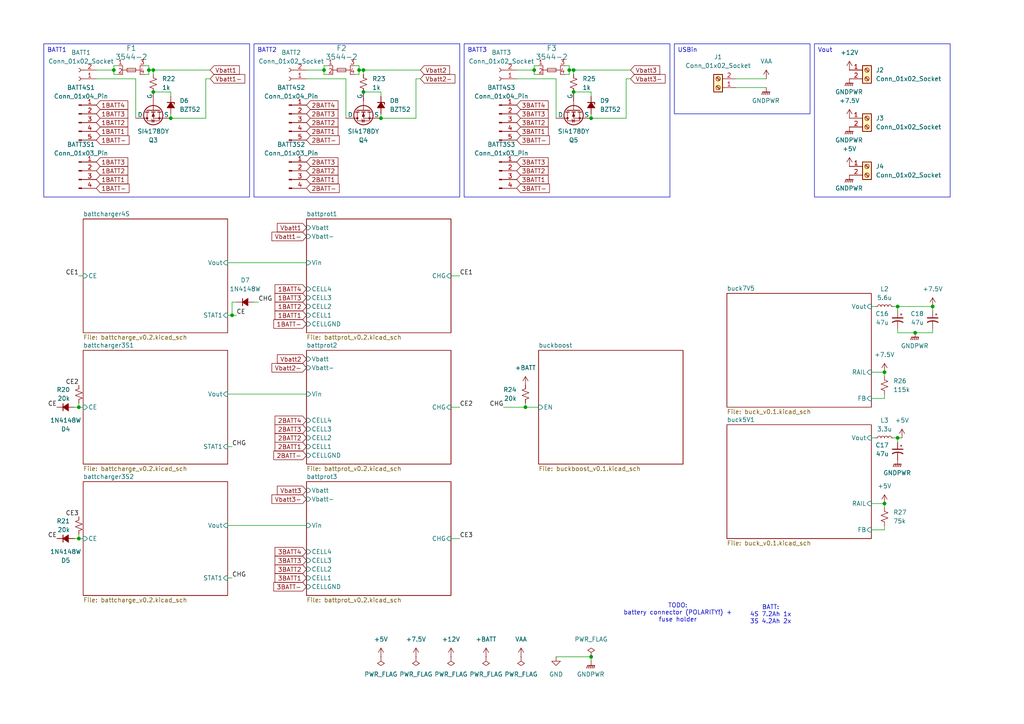
<source format=kicad_sch>
(kicad_sch (version 20231120) (generator "eeschema") (generator_version "8.0")
  (paper "A4")
  (title_block (title "v0.1") (rev "v0.1"))
  (lib_symbols
    (symbol "3544-2:3544-2" (pin_names (offset 0.254))
      (property "Reference" "F" (at 0 2.54 0))
      (property "Value" "3544-2" (at 0 0 0))
      (symbol "3544-2_0_1"
        (rectangle (start -1.27 0.508) (end 1.27 -0.508))
        (polyline (pts (xy -2.54 0) (xy 2.54 0)))
      )
      (symbol "3544-2_1_1"
        (polyline (pts (xy -2.54 -1.27) (xy -2.54 1.27)))
        (polyline (pts (xy 2.54 -1.27) (xy 2.54 1.27)))
        (pin passive line (at -3.81 1.27 0) (length 1.27) (name "~") (number "1"))
        (pin passive line (at -3.81 -1.27 0) (length 1.27) (name "~") (number "2"))
        (pin passive line (at 3.81 1.27 180) (length 1.27) (name "~") (number "3"))
        (pin passive line (at 3.81 -1.27 180) (length 1.27) (name "~") (number "4"))
      )
      (symbol "3544-2_1_2"
        (polyline (pts (xy 5.08 -10.16) (xy 12.7 -10.16)) (stroke (width 0.127)))
        (polyline (pts (xy 5.08 2.54) (xy 5.08 -10.16)) (stroke (width 0.127)))
        (polyline (pts (xy 7.62 -7.62) (xy 5.08 -7.62)) (stroke (width 0.127)))
        (polyline (pts (xy 7.62 -7.62) (xy 8.89 -8.4667)) (stroke (width 0.127)))
        (polyline (pts (xy 7.62 -7.62) (xy 8.89 -6.7733)) (stroke (width 0.127)))
        (polyline (pts (xy 7.62 -5.08) (xy 5.08 -5.08)) (stroke (width 0.127)))
        (polyline (pts (xy 7.62 -5.08) (xy 8.89 -5.9267)) (stroke (width 0.127)))
        (polyline (pts (xy 7.62 -5.08) (xy 8.89 -4.2333)) (stroke (width 0.127)))
        (polyline (pts (xy 7.62 -2.54) (xy 5.08 -2.54)) (stroke (width 0.127)))
        (polyline (pts (xy 7.62 -2.54) (xy 8.89 -3.3867)) (stroke (width 0.127)))
        (polyline (pts (xy 7.62 -2.54) (xy 8.89 -1.6933)) (stroke (width 0.127)))
        (polyline (pts (xy 7.62 0) (xy 5.08 0)) (stroke (width 0.127)))
        (polyline (pts (xy 7.62 0) (xy 8.89 -0.8467)) (stroke (width 0.127)))
        (polyline (pts (xy 7.62 0) (xy 8.89 0.8467)) (stroke (width 0.127)))
        (polyline (pts (xy 12.7 -10.16) (xy 12.7 2.54)) (stroke (width 0.127)))
        (polyline (pts (xy 12.7 2.54) (xy 5.08 2.54)) (stroke (width 0.127)))
        (pin unspecified line (at 0 0 0) (length 5.08) (name "1") (number "1"))
        (pin unspecified line (at 0 -2.54 0) (length 5.08) (name "2") (number "2"))
        (pin unspecified line (at 0 -5.08 0) (length 5.08) (name "3") (number "3"))
        (pin unspecified line (at 0 -7.62 0) (length 5.08) (name "4") (number "4"))
      )
    )
    (symbol "Connector:Conn_01x02_Socket" (pin_names (offset 1.016) hide)
      (property "Reference" "J" (at 0 2.54 0))
      (property "Value" "Conn_01x02_Socket" (at 0 -5.08 0))
      (symbol "Conn_01x02_Socket_1_1"
        (arc (start 0 -2.032) (mid -0.5058 -2.54) (end 0 -3.048) (stroke (width 0.1524)))
        (polyline (pts (xy -1.27 -2.54) (xy -0.508 -2.54)) (stroke (width 0.1524)))
        (polyline (pts (xy -1.27 0) (xy -0.508 0)) (stroke (width 0.1524)))
        (arc (start 0 0.508) (mid -0.5058 0) (end 0 -0.508) (stroke (width 0.1524)))
        (pin passive line (at -5.08 0 0) (length 3.81) (name "Pin_1") (number "1"))
        (pin passive line (at -5.08 -2.54 0) (length 3.81) (name "Pin_2") (number "2"))
      )
    )
    (symbol "Connector:Conn_01x04_Pin" (pin_names (offset 1.016) hide)
      (property "Reference" "J" (at 0 5.08 0))
      (property "Value" "Conn_01x04_Pin" (at 0 -7.62 0))
      (symbol "Conn_01x04_Pin_1_1"
        (polyline (pts (xy 1.27 -5.08) (xy 0.8636 -5.08)) (stroke (width 0.1524)))
        (polyline (pts (xy 1.27 -2.54) (xy 0.8636 -2.54)) (stroke (width 0.1524)))
        (polyline (pts (xy 1.27 0) (xy 0.8636 0)) (stroke (width 0.1524)))
        (polyline (pts (xy 1.27 2.54) (xy 0.8636 2.54)) (stroke (width 0.1524)))
        (rectangle (start 0.8636 -4.953) (end 0 -5.207) (stroke (width 0.1524)) (fill (type outline)))
        (rectangle (start 0.8636 -2.413) (end 0 -2.667) (stroke (width 0.1524)) (fill (type outline)))
        (rectangle (start 0.8636 0.127) (end 0 -0.127) (stroke (width 0.1524)) (fill (type outline)))
        (rectangle (start 0.8636 2.667) (end 0 2.413) (stroke (width 0.1524)) (fill (type outline)))
        (pin passive line (at 5.08 2.54 180) (length 3.81) (name "Pin_1") (number "1"))
        (pin passive line (at 5.08 0 180) (length 3.81) (name "Pin_2") (number "2"))
        (pin passive line (at 5.08 -2.54 180) (length 3.81) (name "Pin_3") (number "3"))
        (pin passive line (at 5.08 -5.08 180) (length 3.81) (name "Pin_4") (number "4"))
      )
    )
    (symbol "Connector:Conn_01x05_Pin" (pin_names (offset 1.016) hide)
      (property "Reference" "J" (at 0 7.62 0))
      (property "Value" "Conn_01x05_Pin" (at 0 -7.62 0))
      (symbol "Conn_01x05_Pin_1_1"
        (polyline (pts (xy 1.27 -5.08) (xy 0.8636 -5.08)) (stroke (width 0.1524)))
        (polyline (pts (xy 1.27 -2.54) (xy 0.8636 -2.54)) (stroke (width 0.1524)))
        (polyline (pts (xy 1.27 0) (xy 0.8636 0)) (stroke (width 0.1524)))
        (polyline (pts (xy 1.27 2.54) (xy 0.8636 2.54)) (stroke (width 0.1524)))
        (polyline (pts (xy 1.27 5.08) (xy 0.8636 5.08)) (stroke (width 0.1524)))
        (rectangle (start 0.8636 -4.953) (end 0 -5.207) (stroke (width 0.1524)) (fill (type outline)))
        (rectangle (start 0.8636 -2.413) (end 0 -2.667) (stroke (width 0.1524)) (fill (type outline)))
        (rectangle (start 0.8636 0.127) (end 0 -0.127) (stroke (width 0.1524)) (fill (type outline)))
        (rectangle (start 0.8636 2.667) (end 0 2.413) (stroke (width 0.1524)) (fill (type outline)))
        (rectangle (start 0.8636 5.207) (end 0 4.953) (stroke (width 0.1524)) (fill (type outline)))
        (pin passive line (at 5.08 5.08 180) (length 3.81) (name "Pin_1") (number "1"))
        (pin passive line (at 5.08 2.54 180) (length 3.81) (name "Pin_2") (number "2"))
        (pin passive line (at 5.08 0 180) (length 3.81) (name "Pin_3") (number "3"))
        (pin passive line (at 5.08 -2.54 180) (length 3.81) (name "Pin_4") (number "4"))
        (pin passive line (at 5.08 -5.08 180) (length 3.81) (name "Pin_5") (number "5"))
      )
    )
    (symbol "Connector:Screw_Terminal_01x02" (pin_names (offset 1.016) hide)
      (property "Reference" "J" (at 0 2.54 0))
      (property "Value" "Screw_Terminal_01x02" (at 0 -5.08 0))
      (symbol "Screw_Terminal_01x02_1_1"
        (rectangle (start -1.27 1.27) (end 1.27 -3.81) (stroke (width 0.254)) (fill (type background)))
        (circle (center 0 -2.54) (radius 0.635) (stroke (width 0.1524)))
        (polyline (pts (xy -0.5334 -2.2098) (xy 0.3302 -3.048)) (stroke (width 0.1524)))
        (polyline (pts (xy -0.5334 0.3302) (xy 0.3302 -0.508)) (stroke (width 0.1524)))
        (polyline (pts (xy -0.3556 -2.032) (xy 0.508 -2.8702)) (stroke (width 0.1524)))
        (polyline (pts (xy -0.3556 0.508) (xy 0.508 -0.3302)) (stroke (width 0.1524)))
        (circle (center 0 0) (radius 0.635) (stroke (width 0.1524)))
        (pin passive line (at -5.08 0 0) (length 3.81) (name "Pin_1") (number "1"))
        (pin passive line (at -5.08 -2.54 0) (length 3.81) (name "Pin_2") (number "2"))
      )
    )
    (symbol "Device:C_Polarized_Small_US" (pin_numbers hide) (pin_names (offset 0.254) hide)
      (property "Reference" "C" (at 0.254 1.778 0))
      (property "Value" "C_Polarized_Small_US" (at 0.254 -2.032 0))
      (symbol "C_Polarized_Small_US_0_1"
        (polyline (pts (xy -1.524 0.508) (xy 1.524 0.508)) (stroke (width 0.3048)))
        (polyline (pts (xy -1.27 1.524) (xy -0.762 1.524)))
        (polyline (pts (xy -1.016 1.27) (xy -1.016 1.778)))
        (arc (start 1.524 -0.762) (mid 0 -0.3734) (end -1.524 -0.762) (stroke (width 0.3048)))
      )
      (symbol "C_Polarized_Small_US_1_1"
        (pin passive line (at 0 2.54 270) (length 2.032) (name "~") (number "1"))
        (pin passive line (at 0 -2.54 90) (length 2.032) (name "~") (number "2"))
      )
    )
    (symbol "Device:D_Small_Filled" (pin_numbers hide) (pin_names (offset 0.254) hide)
      (property "Reference" "D" (at -1.27 2.032 0))
      (property "Value" "D_Small_Filled" (at -3.81 -2.032 0))
      (symbol "D_Small_Filled_0_1"
        (polyline (pts (xy -0.762 -1.016) (xy -0.762 1.016)) (stroke (width 0.254)))
        (polyline (pts (xy -0.762 0) (xy 0.762 0)))
        (polyline (pts (xy 0.762 -1.016) (xy -0.762 0) (xy 0.762 1.016) (xy 0.762 -1.016)) (stroke (width 0.254)) (fill (type outline)))
      )
      (symbol "D_Small_Filled_1_1"
        (pin passive line (at -2.54 0 0) (length 1.778) (name "K") (number "1"))
        (pin passive line (at 2.54 0 180) (length 1.778) (name "A") (number "2"))
      )
    )
    (symbol "Device:D_Zener_Small_Filled" (pin_numbers hide) (pin_names (offset 0.254) hide)
      (property "Reference" "D" (at 0 2.286 0))
      (property "Value" "D_Zener_Small_Filled" (at 0 -2.286 0))
      (symbol "D_Zener_Small_Filled_0_1"
        (polyline (pts (xy 0.762 0) (xy -0.762 0)))
        (polyline (pts (xy -0.254 1.016) (xy -0.762 1.016) (xy -0.762 -1.016)) (stroke (width 0.254)))
        (polyline (pts (xy 0.762 1.016) (xy -0.762 0) (xy 0.762 -1.016) (xy 0.762 1.016)) (stroke (width 0.254)) (fill (type outline)))
      )
      (symbol "D_Zener_Small_Filled_1_1"
        (pin passive line (at -2.54 0 0) (length 1.778) (name "K") (number "1"))
        (pin passive line (at 2.54 0 180) (length 1.778) (name "A") (number "2"))
      )
    )
    (symbol "Device:L_Small" (pin_numbers hide) (pin_names (offset 0.254) hide)
      (property "Reference" "L" (at 0.762 1.016 0))
      (property "Value" "L_Small" (at 0.762 -1.016 0))
      (symbol "L_Small_0_1"
        (arc (start 0 -2.032) (mid 0.5058 -1.524) (end 0 -1.016))
        (arc (start 0 -1.016) (mid 0.5058 -0.508) (end 0 0))
        (arc (start 0 0) (mid 0.5058 0.508) (end 0 1.016))
        (arc (start 0 1.016) (mid 0.5058 1.524) (end 0 2.032))
      )
      (symbol "L_Small_1_1"
        (pin passive line (at 0 2.54 270) (length 0.508) (name "~") (number "1"))
        (pin passive line (at 0 -2.54 90) (length 0.508) (name "~") (number "2"))
      )
    )
    (symbol "Device:R_Small_US" (pin_numbers hide) (pin_names (offset 0.254) hide)
      (property "Reference" "R" (at 0.762 0.508 0))
      (property "Value" "R_Small_US" (at 0.762 -1.016 0))
      (symbol "R_Small_US_1_1"
        (polyline (pts (xy 0 0) (xy 1.016 -0.381) (xy 0 -0.762) (xy -1.016 -1.143) (xy 0 -1.524)))
        (polyline (pts (xy 0 1.524) (xy 1.016 1.143) (xy 0 0.762) (xy -1.016 0.381) (xy 0 0)))
        (pin passive line (at 0 2.54 270) (length 1.016) (name "~") (number "1"))
        (pin passive line (at 0 -2.54 90) (length 1.016) (name "~") (number "2"))
      )
    )
    (symbol "Simulation_SPICE:NMOS" (pin_numbers hide) (pin_names (offset 0))
      (property "Reference" "Q" (at 5.08 1.27 0))
      (property "Value" "NMOS" (at 5.08 -1.27 0))
      (symbol "NMOS_0_1"
        (polyline (pts (xy 0.254 0) (xy -2.54 0)))
        (polyline (pts (xy 0.254 1.905) (xy 0.254 -1.905)) (stroke (width 0.254)))
        (polyline (pts (xy 0.762 -1.27) (xy 0.762 -2.286)) (stroke (width 0.254)))
        (polyline (pts (xy 0.762 0.508) (xy 0.762 -0.508)) (stroke (width 0.254)))
        (polyline (pts (xy 0.762 2.286) (xy 0.762 1.27)) (stroke (width 0.254)))
        (polyline (pts (xy 2.54 2.54) (xy 2.54 1.778)))
        (polyline (pts (xy 2.54 -2.54) (xy 2.54 0) (xy 0.762 0)))
        (polyline (pts (xy 0.762 -1.778) (xy 3.302 -1.778) (xy 3.302 1.778) (xy 0.762 1.778)))
        (polyline (pts (xy 1.016 0) (xy 2.032 0.381) (xy 2.032 -0.381) (xy 1.016 0)) (fill (type outline)))
        (polyline (pts (xy 2.794 0.508) (xy 2.921 0.381) (xy 3.683 0.381) (xy 3.81 0.254)))
        (polyline (pts (xy 3.302 0.381) (xy 2.921 -0.254) (xy 3.683 -0.254) (xy 3.302 0.381)))
        (circle (center 1.651 0) (radius 2.794) (stroke (width 0.254)))
        (circle (center 2.54 -1.778) (radius 0.254) (fill (type outline)))
        (circle (center 2.54 1.778) (radius 0.254) (fill (type outline)))
      )
      (symbol "NMOS_1_1"
        (pin passive line (at 2.54 5.08 270) (length 2.54) (name "D") (number "1"))
        (pin input line (at -5.08 0 0) (length 2.54) (name "G") (number "2"))
        (pin passive line (at 2.54 -5.08 90) (length 2.54) (name "S") (number "3"))
      )
    )
    (symbol "power:+12V" (power) (pin_numbers hide) (pin_names (offset 0) hide)
      (property "Value" "+12V" (at 0 3.556 0))
      (symbol "+12V_0_1"
        (polyline (pts (xy -0.762 1.27) (xy 0 2.54)))
        (polyline (pts (xy 0 0) (xy 0 2.54)))
        (polyline (pts (xy 0 2.54) (xy 0.762 1.27)))
      )
      (symbol "+12V_1_1"
        (pin power_in line (at 0 0 90) (length 0) (name "~") (number "1"))
      )
    )
    (symbol "power:+5V" (power) (pin_numbers hide) (pin_names (offset 0) hide)
      (property "Value" "+5V" (at 0 3.556 0))
      (symbol "+5V_0_1"
        (polyline (pts (xy -0.762 1.27) (xy 0 2.54)))
        (polyline (pts (xy 0 0) (xy 0 2.54)))
        (polyline (pts (xy 0 2.54) (xy 0.762 1.27)))
      )
      (symbol "+5V_1_1"
        (pin power_in line (at 0 0 90) (length 0) (name "~") (number "1"))
      )
    )
    (symbol "power:+7.5V" (power) (pin_numbers hide) (pin_names (offset 0) hide)
      (property "Value" "+7.5V" (at 0 3.556 0))
      (symbol "+7.5V_0_1"
        (polyline (pts (xy -0.762 1.27) (xy 0 2.54)))
        (polyline (pts (xy 0 0) (xy 0 2.54)))
        (polyline (pts (xy 0 2.54) (xy 0.762 1.27)))
      )
      (symbol "+7.5V_1_1"
        (pin power_in line (at 0 0 90) (length 0) (name "~") (number "1"))
      )
    )
    (symbol "power:+BATT" (power) (pin_numbers hide) (pin_names (offset 0) hide)
      (property "Value" "+BATT" (at 0 3.556 0))
      (symbol "+BATT_0_1"
        (polyline (pts (xy -0.762 1.27) (xy 0 2.54)))
        (polyline (pts (xy 0 0) (xy 0 2.54)))
        (polyline (pts (xy 0 2.54) (xy 0.762 1.27)))
      )
      (symbol "+BATT_1_1"
        (pin power_in line (at 0 0 90) (length 0) (name "~") (number "1"))
      )
    )
    (symbol "power:GND" (power) (pin_numbers hide) (pin_names (offset 0) hide)
      (property "Value" "GND" (at 0 -3.81 0))
      (symbol "GND_0_1"
        (polyline (pts (xy 0 0) (xy 0 -1.27) (xy 1.27 -1.27) (xy 0 -2.54) (xy -1.27 -1.27) (xy 0 -1.27)))
      )
      (symbol "GND_1_1"
        (pin power_in line (at 0 0 270) (length 0) (name "~") (number "1"))
      )
    )
    (symbol "power:GNDPWR" (power) (pin_numbers hide) (pin_names (offset 0) hide)
      (property "Value" "GNDPWR" (at 0 -3.302 0))
      (symbol "GNDPWR_0_1"
        (polyline (pts (xy 0 -1.27) (xy 0 0)))
        (polyline (pts (xy -1.016 -1.27) (xy -1.27 -2.032) (xy -1.27 -2.032)) (stroke (width 0.2032)))
        (polyline (pts (xy -0.508 -1.27) (xy -0.762 -2.032) (xy -0.762 -2.032)) (stroke (width 0.2032)))
        (polyline (pts (xy 0 -1.27) (xy -0.254 -2.032) (xy -0.254 -2.032)) (stroke (width 0.2032)))
        (polyline (pts (xy 0.508 -1.27) (xy 0.254 -2.032) (xy 0.254 -2.032)) (stroke (width 0.2032)))
        (polyline (pts (xy 1.016 -1.27) (xy -1.016 -1.27) (xy -1.016 -1.27)) (stroke (width 0.2032)))
        (polyline (pts (xy 1.016 -1.27) (xy 0.762 -2.032) (xy 0.762 -2.032) (xy 0.762 -2.032)) (stroke (width 0.2032)))
      )
      (symbol "GNDPWR_1_1"
        (pin power_in line (at 0 0 270) (length 0) (name "~") (number "1"))
      )
    )
    (symbol "power:PWR_FLAG" (power) (pin_numbers hide) (pin_names (offset 0) hide)
      (property "Value" "PWR_FLAG" (at 0 3.81 0))
      (symbol "PWR_FLAG_0_0"
        (pin power_out line (at 0 0 90) (length 0) (name "~") (number "1"))
      )
      (symbol "PWR_FLAG_0_1"
        (polyline (pts (xy 0 0) (xy 0 1.27) (xy -1.016 1.905) (xy 0 2.54) (xy 1.016 1.905) (xy 0 1.27)))
      )
    )
    (symbol "power:VAA" (power) (pin_numbers hide) (pin_names (offset 0) hide)
      (property "Value" "VAA" (at 0 3.556 0))
      (symbol "VAA_0_1"
        (polyline (pts (xy -0.762 1.27) (xy 0 2.54)))
        (polyline (pts (xy 0 0) (xy 0 2.54)))
        (polyline (pts (xy 0 2.54) (xy 0.762 1.27)))
      )
      (symbol "VAA_1_1"
        (pin power_in line (at 0 0 90) (length 0) (name "~") (number "1"))
      )
    )
  )
  (junction (at 110.49 34.29))
  (junction (at 165.1 20.32))
  (junction (at 49.53 34.29))
  (junction (at 22.86 156.21))
  (junction (at 154.94 20.32))
  (junction (at 260.35 127))
  (junction (at 44.45 26.67))
  (junction (at 256.54 107.95))
  (junction (at 171.45 34.29))
  (junction (at 256.54 146.05))
  (junction (at 67.31 91.44))
  (junction (at 105.41 20.32))
  (junction (at 93.98 20.32))
  (junction (at 44.45 20.32))
  (junction (at 22.86 118.11))
  (junction (at 33.02 20.32))
  (junction (at 166.37 26.67))
  (junction (at 43.18 20.32))
  (junction (at 270.51 88.9))
  (junction (at 152.4 118.11))
  (junction (at 265.43 96.52))
  (junction (at 104.14 20.32))
  (junction (at 105.41 26.67))
  (junction (at 171.45 190.5))
  (junction (at 166.37 20.32))
  (junction (at 260.35 88.9))
  (wire (pts (xy 49.53 33.02) (xy 49.53 34.29)))
  (wire (pts (xy 166.37 26.67) (xy 171.45 26.67)))
  (wire (pts (xy 67.31 87.63) (xy 68.58 87.63)))
  (wire (pts (xy 43.18 19.05) (xy 41.91 19.05)))
  (wire (pts (xy 165.1 20.32) (xy 165.1 19.05)))
  (wire (pts (xy 256.54 147.32) (xy 256.54 146.05)))
  (wire (pts (xy 154.94 20.32) (xy 154.94 21.59)))
  (wire (pts (xy 105.41 20.32) (xy 121.92 20.32)))
  (wire (pts (xy 130.81 118.11) (xy 133.35 118.11)))
  (wire (pts (xy 152.4 118.11) (xy 156.21 118.11)))
  (wire (pts (xy 171.45 26.67) (xy 171.45 27.94)))
  (wire (pts (xy 104.14 21.59) (xy 104.14 20.32)))
  (wire (pts (xy 104.14 20.32) (xy 105.41 20.32)))
  (wire (pts (xy 21.59 156.21) (xy 22.86 156.21)))
  (wire (pts (xy 39.37 22.86) (xy 27.94 22.86)))
  (wire (pts (xy 34.29 21.59) (xy 33.02 21.59)))
  (wire (pts (xy 260.35 88.9) (xy 259.08 88.9)))
  (wire (pts (xy 260.35 96.52) (xy 260.35 95.25)))
  (wire (pts (xy 120.65 34.29) (xy 120.65 22.86)))
  (wire (pts (xy 260.35 88.9) (xy 260.35 90.17)))
  (wire (pts (xy 105.41 26.67) (xy 110.49 26.67)))
  (wire (pts (xy 270.51 88.9) (xy 260.35 88.9)))
  (wire (pts (xy 67.31 129.54) (xy 66.04 129.54)))
  (wire (pts (xy 120.65 22.86) (xy 121.92 22.86)))
  (wire (pts (xy 68.58 91.44) (xy 67.31 91.44)))
  (wire (pts (xy 261.62 127) (xy 260.35 127)))
  (wire (pts (xy 165.1 20.32) (xy 166.37 20.32)))
  (wire (pts (xy 256.54 109.22) (xy 256.54 107.95)))
  (wire (pts (xy 49.53 34.29) (xy 59.69 34.29)))
  (wire (pts (xy 265.43 96.52) (xy 270.51 96.52)))
  (wire (pts (xy 146.05 118.11) (xy 152.4 118.11)))
  (wire (pts (xy 213.36 25.4) (xy 222.25 25.4)))
  (wire (pts (xy 39.37 34.29) (xy 39.37 22.86)))
  (wire (pts (xy 254 127) (xy 252.73 127)))
  (wire (pts (xy 93.98 19.05) (xy 95.25 19.05)))
  (wire (pts (xy 67.31 91.44) (xy 66.04 91.44)))
  (wire (pts (xy 66.04 152.4) (xy 88.9 152.4)))
  (wire (pts (xy 22.86 156.21) (xy 22.86 154.94)))
  (wire (pts (xy 270.51 96.52) (xy 270.51 95.25)))
  (wire (pts (xy 256.54 115.57) (xy 256.54 114.3)))
  (wire (pts (xy 104.14 20.32) (xy 104.14 19.05)))
  (wire (pts (xy 110.49 26.67) (xy 110.49 27.94)))
  (wire (pts (xy 254 88.9) (xy 252.73 88.9)))
  (wire (pts (xy 93.98 20.32) (xy 93.98 19.05)))
  (wire (pts (xy 44.45 26.67) (xy 49.53 26.67)))
  (wire (pts (xy 181.61 34.29) (xy 181.61 22.86)))
  (wire (pts (xy 67.31 87.63) (xy 67.31 91.44)))
  (wire (pts (xy 149.86 22.86) (xy 161.29 22.86)))
  (wire (pts (xy 88.9 22.86) (xy 100.33 22.86)))
  (wire (pts (xy 166.37 20.32) (xy 182.88 20.32)))
  (wire (pts (xy 100.33 34.29) (xy 100.33 22.86)))
  (wire (pts (xy 66.04 114.3) (xy 88.9 114.3)))
  (wire (pts (xy 22.86 118.11) (xy 22.86 116.84)))
  (wire (pts (xy 59.69 22.86) (xy 60.96 22.86)))
  (wire (pts (xy 130.81 80.01) (xy 133.35 80.01)))
  (wire (pts (xy 95.25 21.59) (xy 93.98 21.59)))
  (wire (pts (xy 22.86 80.01) (xy 24.13 80.01)))
  (wire (pts (xy 59.69 34.29) (xy 59.69 22.86)))
  (wire (pts (xy 27.94 20.32) (xy 33.02 20.32)))
  (wire (pts (xy 88.9 20.32) (xy 93.98 20.32)))
  (wire (pts (xy 44.45 20.32) (xy 44.45 21.59)))
  (wire (pts (xy 110.49 34.29) (xy 120.65 34.29)))
  (wire (pts (xy 44.45 20.32) (xy 60.96 20.32)))
  (wire (pts (xy 256.54 146.05) (xy 252.73 146.05)))
  (wire (pts (xy 256.54 153.67) (xy 252.73 153.67)))
  (wire (pts (xy 43.18 20.32) (xy 43.18 21.59)))
  (wire (pts (xy 133.35 156.21) (xy 130.81 156.21)))
  (wire (pts (xy 171.45 33.02) (xy 171.45 34.29)))
  (wire (pts (xy 33.02 20.32) (xy 33.02 19.05)))
  (wire (pts (xy 93.98 21.59) (xy 93.98 20.32)))
  (wire (pts (xy 163.83 21.59) (xy 165.1 21.59)))
  (wire (pts (xy 165.1 19.05) (xy 163.83 19.05)))
  (wire (pts (xy 66.04 76.2) (xy 88.9 76.2)))
  (wire (pts (xy 270.51 88.9) (xy 270.51 90.17)))
  (wire (pts (xy 256.54 107.95) (xy 252.73 107.95)))
  (wire (pts (xy 43.18 20.32) (xy 44.45 20.32)))
  (wire (pts (xy 265.43 96.52) (xy 260.35 96.52)))
  (wire (pts (xy 67.31 167.64) (xy 66.04 167.64)))
  (wire (pts (xy 256.54 153.67) (xy 256.54 152.4)))
  (wire (pts (xy 49.53 26.67) (xy 49.53 27.94)))
  (wire (pts (xy 154.94 21.59) (xy 156.21 21.59)))
  (wire (pts (xy 181.61 22.86) (xy 182.88 22.86)))
  (wire (pts (xy 165.1 21.59) (xy 165.1 20.32)))
  (wire (pts (xy 24.13 118.11) (xy 22.86 118.11)))
  (wire (pts (xy 21.59 118.11) (xy 22.86 118.11)))
  (wire (pts (xy 24.13 156.21) (xy 22.86 156.21)))
  (wire (pts (xy 166.37 20.32) (xy 166.37 21.59)))
  (wire (pts (xy 102.87 21.59) (xy 104.14 21.59)))
  (wire (pts (xy 43.18 19.05) (xy 43.18 20.32)))
  (wire (pts (xy 256.54 115.57) (xy 252.73 115.57)))
  (wire (pts (xy 161.29 190.5) (xy 171.45 190.5)))
  (wire (pts (xy 171.45 191.77) (xy 171.45 190.5)))
  (wire (pts (xy 154.94 19.05) (xy 154.94 20.32)))
  (wire (pts (xy 110.49 33.02) (xy 110.49 34.29)))
  (wire (pts (xy 260.35 127) (xy 260.35 128.27)))
  (wire (pts (xy 74.93 87.63) (xy 73.66 87.63)))
  (wire (pts (xy 33.02 19.05) (xy 34.29 19.05)))
  (wire (pts (xy 171.45 34.29) (xy 181.61 34.29)))
  (wire (pts (xy 152.4 116.84) (xy 152.4 118.11)))
  (wire (pts (xy 149.86 20.32) (xy 154.94 20.32)))
  (wire (pts (xy 161.29 34.29) (xy 161.29 22.86)))
  (wire (pts (xy 260.35 127) (xy 259.08 127)))
  (wire (pts (xy 33.02 21.59) (xy 33.02 20.32)))
  (wire (pts (xy 105.41 20.32) (xy 105.41 21.59)))
  (wire (pts (xy 104.14 19.05) (xy 102.87 19.05)))
  (wire (pts (xy 213.36 22.86) (xy 222.25 22.86)))
  (wire (pts (xy 41.91 21.59) (xy 43.18 21.59)))
  (wire (pts (xy 156.21 19.05) (xy 154.94 19.05)))
  (text_box "BATT3" (at 134.62 12.7 0) (size 59.69 44.45) (effects (font (size 1.27 1.27)) (justify left top)))
  (text_box "Vout" (at 236.22 12.7 0) (size 39.37 44.45) (effects (font (size 1.27 1.27)) (justify left top)))
  (text_box "BATT2" (at 73.66 12.7 0) (size 59.69 44.45) (effects (font (size 1.27 1.27)) (justify left top)))
  (text_box "USBin\n" (at 195.58 12.7 0) (size 39.37 20.32) (effects (font (size 1.27 1.27)) (justify left top)))
  (text_box "BATT1\n" (at 12.7 12.7 0) (size 59.69 44.45) (effects (font (size 1.27 1.27)) (justify left top)))
  (text "BATT:\n4S 7.2Ah 1x\n3S 4.2Ah 2x" (at 223.52 178.308 0) (effects (font (size 1.27 1.27))))
  (text "TODO:\nbattery connector (POLARITY!) +\nfuse holder\n" (at 196.596 177.8 0) (effects (font (size 1.27 1.27))))
  (label "CE2" (at 22.86 111.76 180))
  (label "CE3" (at 133.35 156.21 0))
  (label "CHG" (at 146.05 118.11 180))
  (label "CE1" (at 22.86 80.01 180))
  (label "CE" (at 16.51 156.21 180))
  (label "CE" (at 68.58 91.44 0))
  (label "CHG" (at 74.93 87.63 0))
  (label "CHG" (at 67.31 167.64 0))
  (label "CE1" (at 133.35 80.01 0))
  (label "CE" (at 16.51 118.11 180))
  (label "CE3" (at 22.86 149.86 180))
  (label "CE2" (at 133.35 118.11 0))
  (label "CHG" (at 67.31 129.54 0))
  (global_label "2BATT1" (shape input) (at 88.9 38.1 0) (property "Intersheetrefs" "${INTERSHEET_REFS}" (effects (hide yes))))
  (global_label "3BATT3" (shape input) (at 88.9 162.56 180) (property "Intersheetrefs" "${INTERSHEET_REFS}" (effects (hide yes))))
  (global_label "Vbatt1" (shape input) (at 88.9 66.04 180) (property "Intersheetrefs" "${INTERSHEET_REFS}" (effects (hide yes))))
  (global_label "1BATT1" (shape input) (at 88.9 91.44 180) (property "Intersheetrefs" "${INTERSHEET_REFS}" (effects (hide yes))))
  (global_label "3BATT1" (shape input) (at 88.9 167.64 180) (property "Intersheetrefs" "${INTERSHEET_REFS}" (effects (hide yes))))
  (global_label "1BATT-" (shape input) (at 27.94 54.61 0) (property "Intersheetrefs" "${INTERSHEET_REFS}" (effects (hide yes))))
  (global_label "3BATT2" (shape input) (at 149.86 35.56 0) (property "Intersheetrefs" "${INTERSHEET_REFS}" (effects (hide yes))))
  (global_label "3BATT-" (shape input) (at 88.9 170.18 180) (property "Intersheetrefs" "${INTERSHEET_REFS}" (effects (hide yes))))
  (global_label "3BATT1" (shape input) (at 149.86 52.07 0) (property "Intersheetrefs" "${INTERSHEET_REFS}" (effects (hide yes))))
  (global_label "2BATT-" (shape input) (at 88.9 132.08 180) (property "Intersheetrefs" "${INTERSHEET_REFS}" (effects (hide yes))))
  (global_label "Vbatt1" (shape input) (at 60.96 20.32 0) (property "Intersheetrefs" "${INTERSHEET_REFS}" (effects (hide yes))))
  (global_label "3BATT-" (shape input) (at 149.86 40.64 0) (property "Intersheetrefs" "${INTERSHEET_REFS}" (effects (hide yes))))
  (global_label "2BATT4" (shape input) (at 88.9 30.48 0) (property "Intersheetrefs" "${INTERSHEET_REFS}" (effects (hide yes))))
  (global_label "Vbatt2" (shape input) (at 88.9 104.14 180) (property "Intersheetrefs" "${INTERSHEET_REFS}" (effects (hide yes))))
  (global_label "Vbatt2-" (shape input) (at 88.9 106.68 180) (property "Intersheetrefs" "${INTERSHEET_REFS}" (effects (hide yes))))
  (global_label "1BATT4" (shape input) (at 27.94 30.48 0) (property "Intersheetrefs" "${INTERSHEET_REFS}" (effects (hide yes))))
  (global_label "1BATT2" (shape input) (at 27.94 35.56 0) (property "Intersheetrefs" "${INTERSHEET_REFS}" (effects (hide yes))))
  (global_label "2BATT2" (shape input) (at 88.9 35.56 0) (property "Intersheetrefs" "${INTERSHEET_REFS}" (effects (hide yes))))
  (global_label "3BATT3" (shape input) (at 149.86 46.99 0) (property "Intersheetrefs" "${INTERSHEET_REFS}" (effects (hide yes))))
  (global_label "1BATT4" (shape input) (at 88.9 83.82 180) (property "Intersheetrefs" "${INTERSHEET_REFS}" (effects (hide yes))))
  (global_label "Vbatt1-" (shape input) (at 60.96 22.86 0) (property "Intersheetrefs" "${INTERSHEET_REFS}" (effects (hide yes))))
  (global_label "3BATT-" (shape input) (at 149.86 54.61 0) (property "Intersheetrefs" "${INTERSHEET_REFS}" (effects (hide yes))))
  (global_label "Vbatt1-" (shape input) (at 88.9 68.58 180) (property "Intersheetrefs" "${INTERSHEET_REFS}" (effects (hide yes))))
  (global_label "1BATT3" (shape input) (at 88.9 86.36 180) (property "Intersheetrefs" "${INTERSHEET_REFS}" (effects (hide yes))))
  (global_label "2BATT3" (shape input) (at 88.9 124.46 180) (property "Intersheetrefs" "${INTERSHEET_REFS}" (effects (hide yes))))
  (global_label "2BATT1" (shape input) (at 88.9 129.54 180) (property "Intersheetrefs" "${INTERSHEET_REFS}" (effects (hide yes))))
  (global_label "Vbatt2-" (shape input) (at 121.92 22.86 0) (property "Intersheetrefs" "${INTERSHEET_REFS}" (effects (hide yes))))
  (global_label "3BATT3" (shape input) (at 149.86 33.02 0) (property "Intersheetrefs" "${INTERSHEET_REFS}" (effects (hide yes))))
  (global_label "2BATT3" (shape input) (at 88.9 33.02 0) (property "Intersheetrefs" "${INTERSHEET_REFS}" (effects (hide yes))))
  (global_label "3BATT4" (shape input) (at 149.86 30.48 0) (property "Intersheetrefs" "${INTERSHEET_REFS}" (effects (hide yes))))
  (global_label "Vbatt3" (shape input) (at 182.88 20.32 0) (property "Intersheetrefs" "${INTERSHEET_REFS}" (effects (hide yes))))
  (global_label "1BATT-" (shape input) (at 88.9 93.98 180) (property "Intersheetrefs" "${INTERSHEET_REFS}" (effects (hide yes))))
  (global_label "1BATT3" (shape input) (at 27.94 46.99 0) (property "Intersheetrefs" "${INTERSHEET_REFS}" (effects (hide yes))))
  (global_label "3BATT2" (shape input) (at 88.9 165.1 180) (property "Intersheetrefs" "${INTERSHEET_REFS}" (effects (hide yes))))
  (global_label "1BATT1" (shape input) (at 27.94 38.1 0) (property "Intersheetrefs" "${INTERSHEET_REFS}" (effects (hide yes))))
  (global_label "1BATT-" (shape input) (at 27.94 40.64 0) (property "Intersheetrefs" "${INTERSHEET_REFS}" (effects (hide yes))))
  (global_label "2BATT3" (shape input) (at 88.9 46.99 0) (property "Intersheetrefs" "${INTERSHEET_REFS}" (effects (hide yes))))
  (global_label "Vbatt3" (shape input) (at 88.9 142.24 180) (property "Intersheetrefs" "${INTERSHEET_REFS}" (effects (hide yes))))
  (global_label "Vbatt3-" (shape input) (at 182.88 22.86 0) (property "Intersheetrefs" "${INTERSHEET_REFS}" (effects (hide yes))))
  (global_label "2BATT1" (shape input) (at 88.9 52.07 0) (property "Intersheetrefs" "${INTERSHEET_REFS}" (effects (hide yes))))
  (global_label "Vbatt2" (shape input) (at 121.92 20.32 0) (property "Intersheetrefs" "${INTERSHEET_REFS}" (effects (hide yes))))
  (global_label "3BATT4" (shape input) (at 88.9 160.02 180) (property "Intersheetrefs" "${INTERSHEET_REFS}" (effects (hide yes))))
  (global_label "2BATT-" (shape input) (at 88.9 40.64 0) (property "Intersheetrefs" "${INTERSHEET_REFS}" (effects (hide yes))))
  (global_label "1BATT1" (shape input) (at 27.94 52.07 0) (property "Intersheetrefs" "${INTERSHEET_REFS}" (effects (hide yes))))
  (global_label "2BATT2" (shape input) (at 88.9 49.53 0) (property "Intersheetrefs" "${INTERSHEET_REFS}" (effects (hide yes))))
  (global_label "1BATT2" (shape input) (at 27.94 49.53 0) (property "Intersheetrefs" "${INTERSHEET_REFS}" (effects (hide yes))))
  (global_label "3BATT1" (shape input) (at 149.86 38.1 0) (property "Intersheetrefs" "${INTERSHEET_REFS}" (effects (hide yes))))
  (global_label "1BATT3" (shape input) (at 27.94 33.02 0) (property "Intersheetrefs" "${INTERSHEET_REFS}" (effects (hide yes))))
  (global_label "2BATT2" (shape input) (at 88.9 127 180) (property "Intersheetrefs" "${INTERSHEET_REFS}" (effects (hide yes))))
  (global_label "Vbatt3-" (shape input) (at 88.9 144.78 180) (property "Intersheetrefs" "${INTERSHEET_REFS}" (effects (hide yes))))
  (global_label "2BATT-" (shape input) (at 88.9 54.61 0) (property "Intersheetrefs" "${INTERSHEET_REFS}" (effects (hide yes))))
  (global_label "1BATT2" (shape input) (at 88.9 88.9 180) (property "Intersheetrefs" "${INTERSHEET_REFS}" (effects (hide yes))))
  (global_label "3BATT2" (shape input) (at 149.86 49.53 0) (property "Intersheetrefs" "${INTERSHEET_REFS}" (effects (hide yes))))
  (global_label "2BATT4" (shape input) (at 88.9 121.92 180) (property "Intersheetrefs" "${INTERSHEET_REFS}" (effects (hide yes))))
  (symbol (lib_id "power:GNDPWR") (at 171.45 191.77 0) (unit 1)
    (property "Reference" "#PWR028" (effects (hide yes)))
    (property "Value" "GNDPWR" (at 171.323 195.58 0))
    (property "Description" "Power symbol creates a global label with name \"GNDPWR\" , global ground" (effects (hide yes)))
  )
  (symbol (lib_id "Connector:Conn_01x02_Socket") (at 22.86 22.86 180) (unit 1)
    (property "Reference" "BATT1" (at 23.495 15.24 0))
    (property "Value" "Conn_01x02_Socket" (at 23.495 17.78 0))
    (property "Footprint" "Connector:Banana_Jack_2Pin" (effects (hide yes)))
    (property "Description" "Generic connector, single row, 01x02, script generated" (effects (hide yes)))
  )
  (symbol (lib_id "power:GNDPWR") (at 222.25 25.4 0) (unit 1)
    (property "Reference" "#PWR030" (effects (hide yes)))
    (property "Value" "GNDPWR" (at 222.123 29.21 0))
    (property "Description" "Power symbol creates a global label with name \"GNDPWR\" , global ground" (effects (hide yes)))
  )
  (symbol (lib_id "Connector:Screw_Terminal_01x02") (at 251.46 48.26 0) (unit 1)
    (property "Reference" "J4" (at 254 48.2599 0) (effects (justify left)))
    (property "Value" "Conn_01x02_Socket" (at 254 50.7999 0) (effects (justify left)))
    (property "Description" "Generic screw terminal, single row, 01x02, script generated (kicad-library-utils/schlib/autogen/connector/)" (effects (hide yes)))
  )
  (symbol (lib_id "Device:R_Small_US") (at 105.41 24.13 0) (unit 1)
    (property "Reference" "R23" (at 107.95 22.8599 0) (effects (justify left)))
    (property "Value" "1k" (at 107.95 25.3999 0) (effects (justify left)))
    (property "Description" "Resistor, small US symbol" (effects (hide yes)))
  )
  (symbol (lib_id "Device:R_Small_US") (at 22.86 152.4 0) (mirror y) (unit 1)
    (property "Reference" "R21" (at 20.32 151.1299 0) (effects (justify left)))
    (property "Value" "20k" (at 20.32 153.6699 0) (effects (justify left)))
    (property "Description" "Resistor, small US symbol" (effects (hide yes)))
  )
  (symbol (lib_id "3544-2:3544-2") (at 38.1 20.32 0) (unit 1)
    (property "Reference" "F1" (at 38.1 13.97 0) (effects (font (size 1.524 1.524))))
    (property "Value" "3544-2" (at 38.1 16.51 0) (effects (font (size 1.524 1.524))))
    (property "Footprint" "powerdist:CONN_3544-2_KEY" (effects (hide yes)))
    (property "Datasheet" "3544-2" (effects (hide yes)))
  )
  (symbol (lib_id "power:PWR_FLAG") (at 110.49 190.5 180) (unit 1)
    (property "Reference" "#FLG03" (effects (hide yes)))
    (property "Value" "PWR_FLAG" (at 110.49 195.58 0))
    (property "Description" "Special symbol for telling ERC where power comes from" (effects (hide yes)))
  )
  (symbol (lib_id "Simulation_SPICE:NMOS") (at 166.37 31.75 90) (mirror x) (unit 1)
    (property "Reference" "Q5" (at 166.37 40.64 90))
    (property "Value" "SI4178DY" (at 166.37 38.1 90))
    (property "Datasheet" "https://ngspice.sourceforge.io/docs/ngspice-html-manual/manual.xhtml#cha_MOSFETs" (effects (hide yes)))
    (property "Description" "N-MOSFET transistor, drain/source/gate" (effects (hide yes)))
    (property "Sim.Device" "NMOS" (effects (hide yes)))
    (property "Sim.Type" "VDMOS" (effects (hide yes)))
    (property "Sim.Pins" "1=D 2=G 3=S" (effects (hide yes)))
  )
  (symbol (lib_id "power:+5V") (at 110.49 190.5 0) (unit 1)
    (property "Reference" "#PWR021" (effects (hide yes)))
    (property "Value" "+5V" (at 110.49 185.42 0))
    (property "Description" "Power symbol creates a global label with name \"+5V\"" (effects (hide yes)))
  )
  (symbol (lib_id "power:GNDPWR") (at 246.38 22.86 0) (unit 1)
    (property "Reference" "#PWR032" (effects (hide yes)))
    (property "Value" "GNDPWR" (at 246.253 26.67 0))
    (property "Description" "Power symbol creates a global label with name \"GNDPWR\" , global ground" (effects (hide yes)))
  )
  (symbol (lib_id "Device:D_Small_Filled") (at 19.05 156.21 0) (unit 1)
    (property "Reference" "D5" (at 19.05 162.56 0))
    (property "Value" "1N4148W" (at 19.05 160.02 0))
    (property "Description" "Diode, small symbol, filled shape" (effects (hide yes)))
    (property "Sim.Device" "D" (effects (hide yes)))
    (property "Sim.Pins" "1=K 2=A" (effects (hide yes)))
  )
  (symbol (lib_id "Connector:Screw_Terminal_01x02") (at 251.46 20.32 0) (unit 1)
    (property "Reference" "J2" (at 254 20.3199 0) (effects (justify left)))
    (property "Value" "Conn_01x02_Socket" (at 254 22.8599 0) (effects (justify left)))
    (property "Description" "Generic screw terminal, single row, 01x02, script generated (kicad-library-utils/schlib/autogen/connector/)" (effects (hide yes)))
  )
  (symbol (lib_id "3544-2:3544-2") (at 99.06 20.32 0) (unit 1)
    (property "Reference" "F2" (at 99.06 13.97 0) (effects (font (size 1.524 1.524))))
    (property "Value" "3544-2" (at 99.06 16.51 0) (effects (font (size 1.524 1.524))))
    (property "Footprint" "powerdist:CONN_3544-2_KEY" (effects (hide yes)))
    (property "Datasheet" "3544-2" (effects (hide yes)))
  )
  (symbol (lib_id "power:VAA") (at 151.13 190.5 0) (unit 1)
    (property "Reference" "#PWR025" (effects (hide yes)))
    (property "Value" "VAA" (at 151.13 185.42 0))
    (property "Description" "Power symbol creates a global label with name \"VAA\"" (effects (hide yes)))
  )
  (symbol (lib_id "Connector:Screw_Terminal_01x02") (at 251.46 34.29 0) (unit 1)
    (property "Reference" "J3" (at 254 34.2899 0) (effects (justify left)))
    (property "Value" "Conn_01x02_Socket" (at 254 36.8299 0) (effects (justify left)))
    (property "Description" "Generic screw terminal, single row, 01x02, script generated (kicad-library-utils/schlib/autogen/connector/)" (effects (hide yes)))
  )
  (symbol (lib_id "power:+5V") (at 256.54 146.05 0) (mirror y) (unit 1)
    (property "Reference" "#PWR038" (effects (hide yes)))
    (property "Value" "+5V" (at 256.54 140.97 0))
    (property "Description" "Power symbol creates a global label with name \"+5V\"" (effects (hide yes)))
  )
  (symbol (lib_id "power:PWR_FLAG") (at 130.81 190.5 180) (unit 1)
    (property "Reference" "#FLG05" (effects (hide yes)))
    (property "Value" "PWR_FLAG" (at 130.81 195.58 0))
    (property "Description" "Special symbol for telling ERC where power comes from" (effects (hide yes)))
  )
  (symbol (lib_id "Device:R_Small_US") (at 256.54 149.86 0) (unit 1)
    (property "Reference" "R27" (at 259.08 148.5899 0) (effects (justify left)))
    (property "Value" "75k" (at 259.08 151.1299 0) (effects (justify left)))
    (property "Description" "Resistor, small US symbol" (effects (hide yes)))
  )
  (symbol (lib_id "power:+12V") (at 246.38 20.32 0) (unit 1)
    (property "Reference" "#PWR031" (effects (hide yes)))
    (property "Value" "+12V" (at 246.38 15.24 0))
    (property "Description" "Power symbol creates a global label with name \"+12V\"" (effects (hide yes)))
  )
  (symbol (lib_id "power:+12V") (at 130.81 190.5 0) (unit 1)
    (property "Reference" "#PWR023" (effects (hide yes)))
    (property "Value" "+12V" (at 130.81 185.42 0))
    (property "Description" "Power symbol creates a global label with name \"+12V\"" (effects (hide yes)))
  )
  (symbol (lib_id "Device:R_Small_US") (at 166.37 24.13 0) (unit 1)
    (property "Reference" "R25" (at 168.91 22.8599 0) (effects (justify left)))
    (property "Value" "1k" (at 168.91 25.3999 0) (effects (justify left)))
    (property "Description" "Resistor, small US symbol" (effects (hide yes)))
  )
  (symbol (lib_id "Connector:Conn_01x02_Socket") (at 83.82 22.86 180) (unit 1)
    (property "Reference" "BATT2" (at 84.455 15.24 0))
    (property "Value" "Conn_01x02_Socket" (at 84.455 17.78 0))
    (property "Footprint" "Connector:Banana_Jack_2Pin" (effects (hide yes)))
    (property "Description" "Generic connector, single row, 01x02, script generated" (effects (hide yes)))
  )
  (symbol (lib_id "Device:C_Polarized_Small_US") (at 260.35 92.71 0) (mirror y) (unit 1)
    (property "Reference" "C16" (at 257.81 91.0081 0) (effects (justify left)))
    (property "Value" "47u" (at 257.81 93.5481 0) (effects (justify left)))
    (property "Description" "Polarized capacitor, small US symbol" (effects (hide yes)))
  )
  (symbol (lib_id "Device:D_Small_Filled") (at 71.12 87.63 0) (mirror x) (unit 1)
    (property "Reference" "D7" (at 71.12 81.28 0))
    (property "Value" "1N4148W" (at 71.12 83.82 0))
    (property "Description" "Diode, small symbol, filled shape" (effects (hide yes)))
    (property "Sim.Device" "D" (effects (hide yes)))
    (property "Sim.Pins" "1=K 2=A" (effects (hide yes)))
  )
  (symbol (lib_id "power:+5V") (at 261.62 127 0) (mirror y) (unit 1)
    (property "Reference" "#PWR040" (effects (hide yes)))
    (property "Value" "+5V" (at 261.62 121.92 0))
    (property "Description" "Power symbol creates a global label with name \"+5V\"" (effects (hide yes)))
  )
  (symbol (lib_id "Connector:Conn_01x04_Pin") (at 144.78 49.53 0) (unit 1)
    (property "Reference" "BATT3S3" (at 145.415 41.91 0))
    (property "Value" "Conn_01x03_Pin" (at 145.415 44.45 0))
    (property "Footprint" "Connector_JST:JST_XH_B4B-XH-AM_1x04_P2.50mm_Vertical" (effects (hide yes)))
    (property "Description" "Generic connector, single row, 01x04, script generated" (effects (hide yes)))
  )
  (symbol (lib_id "Device:R_Small_US") (at 256.54 111.76 0) (unit 1)
    (property "Reference" "R26" (at 259.08 110.4899 0) (effects (justify left)))
    (property "Value" "115k" (at 259.08 113.0299 0) (effects (justify left)))
    (property "Description" "Resistor, small US symbol" (effects (hide yes)))
  )
  (symbol (lib_id "power:GNDPWR") (at 246.38 36.83 0) (unit 1)
    (property "Reference" "#PWR034" (effects (hide yes)))
    (property "Value" "GNDPWR" (at 246.253 40.64 0))
    (property "Description" "Power symbol creates a global label with name \"GNDPWR\" , global ground" (effects (hide yes)))
  )
  (symbol (lib_id "power:+7.5V") (at 246.38 34.29 0) (unit 1)
    (property "Reference" "#PWR033" (effects (hide yes)))
    (property "Value" "+7.5V" (at 246.38 29.21 0))
    (property "Description" "Power symbol creates a global label with name \"+7.5V\"" (effects (hide yes)))
  )
  (symbol (lib_id "Connector:Conn_01x05_Pin") (at 144.78 35.56 0) (unit 1)
    (property "Reference" "BATT4S3" (at 145.415 25.4 0))
    (property "Value" "Conn_01x04_Pin" (at 145.415 27.94 0))
    (property "Footprint" "Connector_JST:JST_XH_B5B-XH-AM_1x05_P2.50mm_Vertical" (effects (hide yes)))
    (property "Description" "Generic connector, single row, 01x05, script generated" (effects (hide yes)))
  )
  (symbol (lib_id "Connector:Conn_01x05_Pin") (at 83.82 35.56 0) (unit 1)
    (property "Reference" "BATT4S2" (at 84.455 25.4 0))
    (property "Value" "Conn_01x04_Pin" (at 84.455 27.94 0))
    (property "Footprint" "Connector_JST:JST_XH_B5B-XH-AM_1x05_P2.50mm_Vertical" (effects (hide yes)))
    (property "Description" "Generic connector, single row, 01x05, script generated" (effects (hide yes)))
  )
  (symbol (lib_id "power:PWR_FLAG") (at 140.97 190.5 180) (unit 1)
    (property "Reference" "#FLG06" (effects (hide yes)))
    (property "Value" "PWR_FLAG" (at 140.97 195.58 0))
    (property "Description" "Special symbol for telling ERC where power comes from" (effects (hide yes)))
  )
  (symbol (lib_id "power:+BATT") (at 152.4 111.76 0) (unit 1)
    (property "Reference" "#PWR026" (effects (hide yes)))
    (property "Value" "+BATT" (at 152.4 106.68 0))
    (property "Description" "Power symbol creates a global label with name \"+BATT\"" (effects (hide yes)))
  )
  (symbol (lib_id "Device:L_Small") (at 256.54 127 270) (mirror x) (unit 1)
    (property "Reference" "L3" (at 256.54 121.92 90))
    (property "Value" "3.3u" (at 256.54 124.46 90))
    (property "Description" "Inductor, small symbol" (effects (hide yes)))
  )
  (symbol (lib_id "Connector:Conn_01x02_Socket") (at 144.78 22.86 180) (unit 1)
    (property "Reference" "BATT3" (at 145.415 15.24 0))
    (property "Value" "Conn_01x02_Socket" (at 145.415 17.78 0))
    (property "Footprint" "Connector:Banana_Jack_2Pin" (effects (hide yes)))
    (property "Description" "Generic connector, single row, 01x02, script generated" (effects (hide yes)))
  )
  (symbol (lib_id "power:VAA") (at 222.25 22.86 0) (unit 1)
    (property "Reference" "#PWR029" (effects (hide yes)))
    (property "Value" "VAA" (at 222.25 17.78 0))
    (property "Description" "Power symbol creates a global label with name \"VAA\"" (effects (hide yes)))
  )
  (symbol (lib_id "power:PWR_FLAG") (at 151.13 190.5 180) (unit 1)
    (property "Reference" "#FLG07" (effects (hide yes)))
    (property "Value" "PWR_FLAG" (at 151.13 195.58 0))
    (property "Description" "Special symbol for telling ERC where power comes from" (effects (hide yes)))
  )
  (symbol (lib_id "power:GNDPWR") (at 246.38 50.8 0) (unit 1)
    (property "Reference" "#PWR036" (effects (hide yes)))
    (property "Value" "GNDPWR" (at 246.253 54.61 0))
    (property "Description" "Power symbol creates a global label with name \"GNDPWR\" , global ground" (effects (hide yes)))
  )
  (symbol (lib_id "Simulation_SPICE:NMOS") (at 105.41 31.75 90) (mirror x) (unit 1)
    (property "Reference" "Q4" (at 105.41 40.64 90))
    (property "Value" "SI4178DY" (at 105.41 38.1 90))
    (property "Datasheet" "https://ngspice.sourceforge.io/docs/ngspice-html-manual/manual.xhtml#cha_MOSFETs" (effects (hide yes)))
    (property "Description" "N-MOSFET transistor, drain/source/gate" (effects (hide yes)))
    (property "Sim.Device" "NMOS" (effects (hide yes)))
    (property "Sim.Type" "VDMOS" (effects (hide yes)))
    (property "Sim.Pins" "1=D 2=G 3=S" (effects (hide yes)))
  )
  (symbol (lib_id "Connector:Conn_01x04_Pin") (at 22.86 49.53 0) (unit 1)
    (property "Reference" "BATT3S1" (at 23.495 41.91 0))
    (property "Value" "Conn_01x03_Pin" (at 23.495 44.45 0))
    (property "Footprint" "Connector_JST:JST_XH_B4B-XH-AM_1x04_P2.50mm_Vertical" (effects (hide yes)))
    (property "Description" "Generic connector, single row, 01x04, script generated" (effects (hide yes)))
  )
  (symbol (lib_id "Connector:Screw_Terminal_01x02") (at 208.28 25.4 180) (unit 1)
    (property "Reference" "J1" (at 208.28 16.51 0))
    (property "Value" "Conn_01x02_Socket" (at 208.28 19.05 0))
    (property "Description" "Generic screw terminal, single row, 01x02, script generated (kicad-library-utils/schlib/autogen/connector/)" (effects (hide yes)))
  )
  (symbol (lib_id "Connector:Conn_01x04_Pin") (at 83.82 49.53 0) (unit 1)
    (property "Reference" "BATT3S2" (at 84.455 41.91 0))
    (property "Value" "Conn_01x03_Pin" (at 84.455 44.45 0))
    (property "Footprint" "Connector_JST:JST_XH_B4B-XH-AM_1x04_P2.50mm_Vertical" (effects (hide yes)))
    (property "Description" "Generic connector, single row, 01x04, script generated" (effects (hide yes)))
  )
  (symbol (lib_id "Connector:Conn_01x05_Pin") (at 22.86 35.56 0) (unit 1)
    (property "Reference" "BATT4S1" (at 23.495 25.4 0))
    (property "Value" "Conn_01x04_Pin" (at 23.495 27.94 0))
    (property "Footprint" "Connector_JST:JST_XH_B5B-XH-AM_1x05_P2.50mm_Vertical" (effects (hide yes)))
    (property "Description" "Generic connector, single row, 01x05, script generated" (effects (hide yes)))
  )
  (symbol (lib_id "Device:R_Small_US") (at 152.4 114.3 0) (mirror y) (unit 1)
    (property "Reference" "R24" (at 149.86 113.0299 0) (effects (justify left)))
    (property "Value" "20k" (at 149.86 115.5699 0) (effects (justify left)))
    (property "Description" "Resistor, small US symbol" (effects (hide yes)))
  )
  (symbol (lib_id "power:+5V") (at 246.38 48.26 0) (unit 1)
    (property "Reference" "#PWR035" (effects (hide yes)))
    (property "Value" "+5V" (at 246.38 43.18 0))
    (property "Description" "Power symbol creates a global label with name \"+5V\"" (effects (hide yes)))
  )
  (symbol (lib_id "Device:R_Small_US") (at 44.45 24.13 0) (unit 1)
    (property "Reference" "R22" (at 46.99 22.8599 0) (effects (justify left)))
    (property "Value" "1k" (at 46.99 25.3999 0) (effects (justify left)))
    (property "Description" "Resistor, small US symbol" (effects (hide yes)))
  )
  (symbol (lib_id "power:GNDPWR") (at 265.43 96.52 0) (unit 1)
    (property "Reference" "#PWR041" (effects (hide yes)))
    (property "Value" "GNDPWR" (at 265.303 100.33 0))
    (property "Description" "Power symbol creates a global label with name \"GNDPWR\" , global ground" (effects (hide yes)))
  )
  (symbol (lib_id "power:GND") (at 161.29 190.5 0) (unit 1)
    (property "Reference" "#PWR027" (effects (hide yes)))
    (property "Value" "GND" (at 161.29 195.58 0))
    (property "Description" "Power symbol creates a global label with name \"GND\" , ground" (effects (hide yes)))
  )
  (symbol (lib_id "Device:D_Small_Filled") (at 19.05 118.11 0) (unit 1)
    (property "Reference" "D4" (at 19.05 124.46 0))
    (property "Value" "1N4148W" (at 19.05 121.92 0))
    (property "Description" "Diode, small symbol, filled shape" (effects (hide yes)))
    (property "Sim.Device" "D" (effects (hide yes)))
    (property "Sim.Pins" "1=K 2=A" (effects (hide yes)))
  )
  (symbol (lib_id "power:+7.5V") (at 120.65 190.5 0) (unit 1)
    (property "Reference" "#PWR022" (effects (hide yes)))
    (property "Value" "+7.5V" (at 120.65 185.42 0))
    (property "Description" "Power symbol creates a global label with name \"+7.5V\"" (effects (hide yes)))
  )
  (symbol (lib_id "Device:D_Zener_Small_Filled") (at 171.45 30.48 270) (unit 1)
    (property "Reference" "D9" (at 173.99 29.2099 90) (effects (justify left)))
    (property "Value" "BZT52" (at 173.99 31.7499 90) (effects (justify left)))
    (property "Description" "Zener diode, small symbol, filled shape" (effects (hide yes)))
  )
  (symbol (lib_id "Device:D_Zener_Small_Filled") (at 49.53 30.48 270) (unit 1)
    (property "Reference" "D6" (at 52.07 29.2099 90) (effects (justify left)))
    (property "Value" "BZT52" (at 52.07 31.7499 90) (effects (justify left)))
    (property "Description" "Zener diode, small symbol, filled shape" (effects (hide yes)))
  )
  (symbol (lib_id "power:+7.5V") (at 270.51 88.9 0) (mirror y) (unit 1)
    (property "Reference" "#PWR042" (effects (hide yes)))
    (property "Value" "+7.5V" (at 270.51 83.82 0))
    (property "Description" "Power symbol creates a global label with name \"+7.5V\"" (effects (hide yes)))
  )
  (symbol (lib_id "Device:D_Zener_Small_Filled") (at 110.49 30.48 270) (unit 1)
    (property "Reference" "D8" (at 113.03 29.2099 90) (effects (justify left)))
    (property "Value" "BZT52" (at 113.03 31.7499 90) (effects (justify left)))
    (property "Description" "Zener diode, small symbol, filled shape" (effects (hide yes)))
  )
  (symbol (lib_id "Device:R_Small_US") (at 22.86 114.3 0) (mirror y) (unit 1)
    (property "Reference" "R20" (at 20.32 113.0299 0) (effects (justify left)))
    (property "Value" "20k" (at 20.32 115.5699 0) (effects (justify left)))
    (property "Description" "Resistor, small US symbol" (effects (hide yes)))
  )
  (symbol (lib_id "3544-2:3544-2") (at 160.02 20.32 0) (unit 1)
    (property "Reference" "F3" (at 160.02 13.97 0) (effects (font (size 1.524 1.524))))
    (property "Value" "3544-2" (at 160.02 16.51 0) (effects (font (size 1.524 1.524))))
    (property "Footprint" "powerdist:CONN_3544-2_KEY" (effects (hide yes)))
    (property "Datasheet" "3544-2" (effects (hide yes)))
  )
  (symbol (lib_id "Simulation_SPICE:NMOS") (at 44.45 31.75 90) (mirror x) (unit 1)
    (property "Reference" "Q3" (at 44.45 40.64 90))
    (property "Value" "SI4178DY" (at 44.45 38.1 90))
    (property "Datasheet" "https://ngspice.sourceforge.io/docs/ngspice-html-manual/manual.xhtml#cha_MOSFETs" (effects (hide yes)))
    (property "Description" "N-MOSFET transistor, drain/source/gate" (effects (hide yes)))
    (property "Sim.Device" "NMOS" (effects (hide yes)))
    (property "Sim.Type" "VDMOS" (effects (hide yes)))
    (property "Sim.Pins" "1=D 2=G 3=S" (effects (hide yes)))
  )
  (symbol (lib_id "power:+7.5V") (at 256.54 107.95 0) (mirror y) (unit 1)
    (property "Reference" "#PWR037" (effects (hide yes)))
    (property "Value" "+7.5V" (at 256.54 102.87 0))
    (property "Description" "Power symbol creates a global label with name \"+7.5V\"" (effects (hide yes)))
  )
  (symbol (lib_id "power:GNDPWR") (at 260.35 133.35 0) (unit 1)
    (property "Reference" "#PWR039" (effects (hide yes)))
    (property "Value" "GNDPWR" (at 260.223 137.16 0))
    (property "Description" "Power symbol creates a global label with name \"GNDPWR\" , global ground" (effects (hide yes)))
  )
  (symbol (lib_id "Device:C_Polarized_Small_US") (at 260.35 130.81 0) (mirror y) (unit 1)
    (property "Reference" "C17" (at 257.81 129.1081 0) (effects (justify left)))
    (property "Value" "47u" (at 257.81 131.6481 0) (effects (justify left)))
    (property "Description" "Polarized capacitor, small US symbol" (effects (hide yes)))
  )
  (symbol (lib_id "Device:C_Polarized_Small_US") (at 270.51 92.71 0) (mirror y) (unit 1)
    (property "Reference" "C18" (at 267.97 91.0081 0) (effects (justify left)))
    (property "Value" "47u" (at 267.97 93.5481 0) (effects (justify left)))
    (property "Description" "Polarized capacitor, small US symbol" (effects (hide yes)))
  )
  (symbol (lib_id "power:+BATT") (at 140.97 190.5 0) (unit 1)
    (property "Reference" "#PWR024" (effects (hide yes)))
    (property "Value" "+BATT" (at 140.97 185.42 0))
    (property "Description" "Power symbol creates a global label with name \"+BATT\"" (effects (hide yes)))
  )
  (symbol (lib_id "Device:L_Small") (at 256.54 88.9 270) (mirror x) (unit 1)
    (property "Reference" "L2" (at 256.54 83.82 90))
    (property "Value" "5.6u" (at 256.54 86.36 90))
    (property "Description" "Inductor, small symbol" (effects (hide yes)))
  )
  (symbol (lib_id "power:PWR_FLAG") (at 120.65 190.5 180) (unit 1)
    (property "Reference" "#FLG04" (effects (hide yes)))
    (property "Value" "PWR_FLAG" (at 120.65 195.58 0))
    (property "Description" "Special symbol for telling ERC where power comes from" (effects (hide yes)))
  )
  (symbol (lib_id "power:PWR_FLAG") (at 171.45 190.5 0) (unit 1)
    (property "Reference" "#FLG08" (effects (hide yes)))
    (property "Value" "PWR_FLAG" (at 171.45 185.42 0))
    (property "Description" "Special symbol for telling ERC where power comes from" (effects (hide yes)))
  )
  (sheet (at 88.9 139.7) (size 41.91 33.02) (stroke (width 0.1524))
    (property "Sheetname" "battprot3" (at 88.9 138.9884 0) (effects (justify left bottom)))
    (property "Sheetfile" "battprot_v0.2.kicad_sch" (at 88.9 173.3046 0) (effects (justify left top)))
    (pin "Vbatt" input (at 88.9 142.24 180))
    (pin "CELLGND" input (at 88.9 170.18 180))
    (pin "CELL1" input (at 88.9 167.64 180))
    (pin "CELL2" input (at 88.9 165.1 180))
    (pin "CELL4" input (at 88.9 160.02 180))
    (pin "CELL3" input (at 88.9 162.56 180))
    (pin "Vbatt-" input (at 88.9 144.78 180))
    (pin "Vin" input (at 88.9 152.4 180))
    (pin "CHG" input (at 130.81 156.21 0))
  )
  (sheet (at 88.9 63.5) (size 41.91 33.02) (stroke (width 0.1524))
    (property "Sheetname" "battprot1" (at 88.9 62.7884 0) (effects (justify left bottom)))
    (property "Sheetfile" "battprot_v0.2.kicad_sch" (at 88.9 97.1046 0) (effects (justify left top)))
    (pin "Vbatt" input (at 88.9 66.04 180))
    (pin "CELLGND" input (at 88.9 93.98 180))
    (pin "CELL1" input (at 88.9 91.44 180))
    (pin "CELL2" input (at 88.9 88.9 180))
    (pin "CELL4" input (at 88.9 83.82 180))
    (pin "CELL3" input (at 88.9 86.36 180))
    (pin "Vbatt-" input (at 88.9 68.58 180))
    (pin "Vin" input (at 88.9 76.2 180))
    (pin "CHG" input (at 130.81 80.01 0))
  )
  (sheet (at 156.21 101.6) (size 41.91 33.02) (stroke (width 0.1524))
    (property "Sheetname" "buckboost" (at 156.21 100.8884 0) (effects (justify left bottom)))
    (property "Sheetfile" "buckboost_v0.1.kicad_sch" (at 156.21 135.2046 0) (effects (justify left top)))
    (pin "EN" input (at 156.21 118.11 180))
  )
  (sheet (at 24.13 101.6) (size 41.91 33.02) (stroke (width 0.1524))
    (property "Sheetname" "battcharger3S1" (at 24.13 100.8884 0) (effects (justify left bottom)))
    (property "Sheetfile" "battcharge_v0.2.kicad_sch" (at 24.13 135.2046 0) (effects (justify left top)))
    (pin "STAT1" input (at 66.04 129.54 0))
    (pin "CE" input (at 24.13 118.11 180))
    (pin "Vout" input (at 66.04 114.3 0))
  )
  (sheet (at 88.9 101.6) (size 41.91 33.02) (stroke (width 0.1524))
    (property "Sheetname" "battprot2" (at 88.9 100.8884 0) (effects (justify left bottom)))
    (property "Sheetfile" "battprot_v0.2.kicad_sch" (at 88.9 135.2046 0) (effects (justify left top)))
    (pin "Vbatt" input (at 88.9 104.14 180))
    (pin "CELLGND" input (at 88.9 132.08 180))
    (pin "CELL1" input (at 88.9 129.54 180))
    (pin "CELL2" input (at 88.9 127 180))
    (pin "CELL4" input (at 88.9 121.92 180))
    (pin "CELL3" input (at 88.9 124.46 180))
    (pin "Vbatt-" input (at 88.9 106.68 180))
    (pin "Vin" input (at 88.9 114.3 180))
    (pin "CHG" input (at 130.81 118.11 0))
  )
  (sheet (at 210.82 123.19) (size 41.91 33.02) (stroke (width 0.1524))
    (property "Sheetname" "buck5V1" (at 210.82 122.4784 0) (effects (justify left bottom)))
    (property "Sheetfile" "buck_v0.1.kicad_sch" (at 210.82 156.7946 0) (effects (justify left top)))
    (pin "Vout" input (at 252.73 127 0))
    (pin "RAIL" input (at 252.73 146.05 0))
    (pin "FB" input (at 252.73 153.67 0))
  )
  (sheet (at 24.13 139.7) (size 41.91 33.02) (stroke (width 0.1524))
    (property "Sheetname" "battcharger3S2" (at 24.13 138.9884 0) (effects (justify left bottom)))
    (property "Sheetfile" "battcharge_v0.2.kicad_sch" (at 24.13 173.3046 0) (effects (justify left top)))
    (pin "STAT1" input (at 66.04 167.64 0))
    (pin "CE" input (at 24.13 156.21 180))
    (pin "Vout" input (at 66.04 152.4 0))
  )
  (sheet (at 210.82 85.09) (size 41.91 33.02) (stroke (width 0.1524))
    (property "Sheetname" "buck7V5" (at 210.82 84.3784 0) (effects (justify left bottom)))
    (property "Sheetfile" "buck_v0.1.kicad_sch" (at 210.82 118.6946 0) (effects (justify left top)))
    (pin "Vout" input (at 252.73 88.9 0))
    (pin "RAIL" input (at 252.73 107.95 0))
    (pin "FB" input (at 252.73 115.57 0))
  )
  (sheet (at 24.13 63.5) (size 41.91 33.02) (stroke (width 0.1524))
    (property "Sheetname" "battcharger4S" (at 24.13 62.7884 0) (effects (justify left bottom)))
    (property "Sheetfile" "battcharge_v0.2.kicad_sch" (at 24.13 97.1046 0) (effects (justify left top)))
    (pin "STAT1" input (at 66.04 91.44 0))
    (pin "CE" input (at 24.13 80.01 180))
    (pin "Vout" input (at 66.04 76.2 0))
  )
)
</source>
